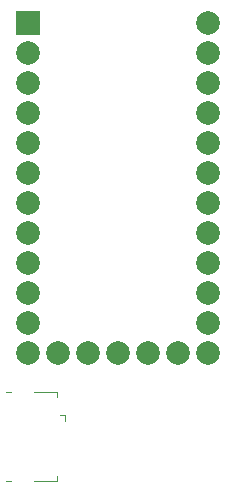
<source format=gbr>
%TF.GenerationSoftware,KiCad,Pcbnew,(6.0.4)*%
%TF.CreationDate,2023-12-12T22:18:02-08:00*%
%TF.ProjectId,keyboard,6b657962-6f61-4726-942e-6b696361645f,v1.0.0*%
%TF.SameCoordinates,Original*%
%TF.FileFunction,Legend,Top*%
%TF.FilePolarity,Positive*%
%FSLAX46Y46*%
G04 Gerber Fmt 4.6, Leading zero omitted, Abs format (unit mm)*
G04 Created by KiCad (PCBNEW (6.0.4)) date 2023-12-12 22:18:02*
%MOMM*%
%LPD*%
G01*
G04 APERTURE LIST*
%ADD10C,0.150000*%
%ADD11C,0.000000*%
%ADD12C,0.120000*%
%ADD13R,2.000000X2.000000*%
%ADD14C,2.000000*%
G04 APERTURE END LIST*
D10*
%TO.C,*%
D11*
D10*
D12*
X121880000Y-128760000D02*
X123860000Y-128760000D01*
X124540000Y-123690000D02*
X124540000Y-123240000D01*
X123860000Y-121240000D02*
X123860000Y-121660000D01*
X121880000Y-121240000D02*
X123860000Y-121240000D01*
X119510000Y-121240000D02*
X119910000Y-121240000D01*
X123860000Y-128760000D02*
X123860000Y-128340000D01*
X119910000Y-128760000D02*
X119510000Y-128760000D01*
X124090000Y-123240000D02*
X124540000Y-123240000D01*
%TD*%
D13*
%TO.C,*%
X121380000Y-90030000D03*
D14*
X121380000Y-92570000D03*
X121380000Y-95110000D03*
X121380000Y-97650000D03*
X121380000Y-100190000D03*
X121380000Y-102730000D03*
X121380000Y-105270000D03*
X121380000Y-107810000D03*
X121380000Y-110350000D03*
X121380000Y-112890000D03*
X121380000Y-115430000D03*
X121380000Y-117970000D03*
X136620000Y-117970000D03*
X136620000Y-115430000D03*
X136620000Y-112890000D03*
X136620000Y-110350000D03*
X136620000Y-107810000D03*
X136620000Y-105270000D03*
X136620000Y-102730000D03*
X136620000Y-100190000D03*
X136620000Y-97650000D03*
X136620000Y-95110000D03*
X136620000Y-92570000D03*
X136620000Y-90030000D03*
X123920000Y-117970000D03*
X126460000Y-117970000D03*
X129000000Y-117970000D03*
X131540000Y-117970000D03*
X134080000Y-117970000D03*
%TD*%
M02*

</source>
